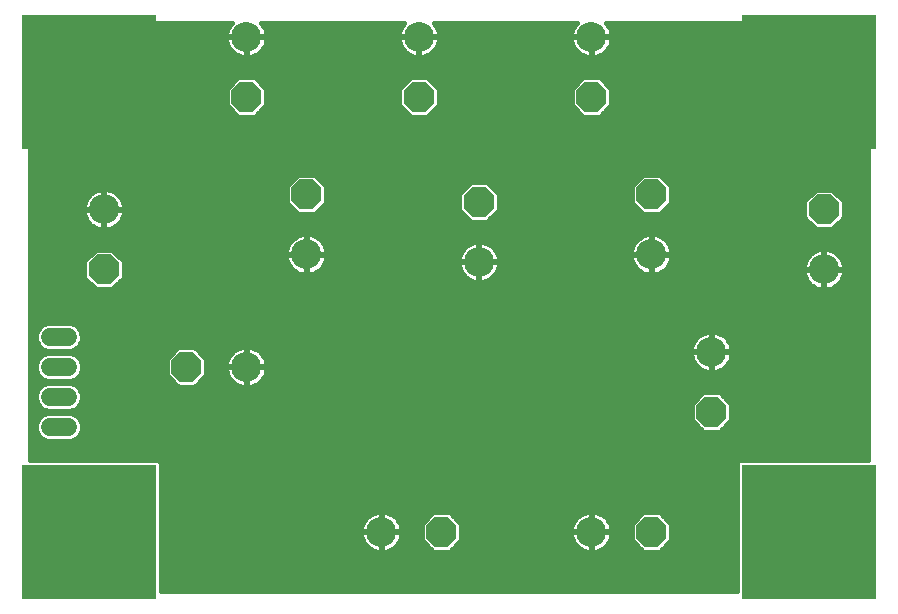
<source format=gbl>
G75*
%MOIN*%
%OFA0B0*%
%FSLAX25Y25*%
%IPPOS*%
%LPD*%
%AMOC8*
5,1,8,0,0,1.08239X$1,22.5*
%
%ADD10C,0.10000*%
%ADD11OC8,0.10000*%
%ADD12C,0.06000*%
%ADD13R,0.45000X0.45000*%
%ADD14C,0.01600*%
D10*
X0124800Y0037830D03*
X0194800Y0037830D03*
X0234800Y0097830D03*
X0272300Y0125330D03*
X0214800Y0130330D03*
X0157300Y0127830D03*
X0099800Y0130330D03*
X0079800Y0092830D03*
X0032300Y0145330D03*
X0079800Y0202830D03*
X0137300Y0202830D03*
X0194800Y0202830D03*
D11*
X0194800Y0182830D03*
X0214800Y0150330D03*
X0157300Y0147830D03*
X0137300Y0182830D03*
X0099800Y0150330D03*
X0079800Y0182830D03*
X0032300Y0125330D03*
X0059800Y0092830D03*
X0144800Y0037830D03*
X0214800Y0037830D03*
X0234800Y0077830D03*
X0272300Y0145330D03*
D12*
X0020300Y0102830D02*
X0014300Y0102830D01*
X0014300Y0092830D02*
X0020300Y0092830D01*
X0020300Y0082830D02*
X0014300Y0082830D01*
X0014300Y0072830D02*
X0020300Y0072830D01*
D13*
X0027300Y0037830D03*
X0027300Y0187830D03*
X0267300Y0187830D03*
X0267300Y0037830D03*
D14*
X0243200Y0038407D02*
X0221400Y0038407D01*
X0221400Y0040005D02*
X0243200Y0040005D01*
X0243200Y0041604D02*
X0220361Y0041604D01*
X0221400Y0040564D02*
X0217534Y0044430D01*
X0212066Y0044430D01*
X0208200Y0040564D01*
X0208200Y0035097D01*
X0212066Y0031230D01*
X0217534Y0031230D01*
X0221400Y0035097D01*
X0221400Y0040564D01*
X0218762Y0043202D02*
X0243200Y0043202D01*
X0243200Y0044801D02*
X0051400Y0044801D01*
X0051400Y0046399D02*
X0243200Y0046399D01*
X0243200Y0047998D02*
X0051400Y0047998D01*
X0051400Y0049596D02*
X0243200Y0049596D01*
X0243200Y0051195D02*
X0051400Y0051195D01*
X0051400Y0052793D02*
X0243200Y0052793D01*
X0243200Y0054392D02*
X0051400Y0054392D01*
X0051400Y0055990D02*
X0243200Y0055990D01*
X0243200Y0057589D02*
X0051400Y0057589D01*
X0051400Y0059187D02*
X0243200Y0059187D01*
X0243200Y0060786D02*
X0051400Y0060786D01*
X0051400Y0060993D02*
X0050463Y0061930D01*
X0007600Y0061930D01*
X0007600Y0207530D01*
X0074883Y0207530D01*
X0074677Y0207324D01*
X0074134Y0206616D01*
X0073688Y0205844D01*
X0073347Y0205021D01*
X0073116Y0204160D01*
X0073000Y0203276D01*
X0073000Y0203030D01*
X0079600Y0203030D01*
X0079600Y0202630D01*
X0080000Y0202630D01*
X0080000Y0196030D01*
X0080246Y0196030D01*
X0081129Y0196147D01*
X0081990Y0196377D01*
X0082814Y0196719D01*
X0083586Y0197164D01*
X0084293Y0197707D01*
X0084923Y0198337D01*
X0085466Y0199044D01*
X0085912Y0199816D01*
X0086253Y0200640D01*
X0086484Y0201501D01*
X0086600Y0202385D01*
X0086600Y0202630D01*
X0080000Y0202630D01*
X0080000Y0203030D01*
X0086600Y0203030D01*
X0086600Y0203276D01*
X0086484Y0204160D01*
X0086253Y0205021D01*
X0085912Y0205844D01*
X0085466Y0206616D01*
X0084923Y0207324D01*
X0084717Y0207530D01*
X0132383Y0207530D01*
X0132177Y0207324D01*
X0131634Y0206616D01*
X0131188Y0205844D01*
X0130847Y0205021D01*
X0130616Y0204160D01*
X0130500Y0203276D01*
X0130500Y0203030D01*
X0137100Y0203030D01*
X0137100Y0202630D01*
X0137500Y0202630D01*
X0137500Y0196030D01*
X0137746Y0196030D01*
X0138629Y0196147D01*
X0139490Y0196377D01*
X0140314Y0196719D01*
X0141086Y0197164D01*
X0141793Y0197707D01*
X0142423Y0198337D01*
X0142966Y0199044D01*
X0143412Y0199816D01*
X0143753Y0200640D01*
X0143984Y0201501D01*
X0144100Y0202385D01*
X0144100Y0202630D01*
X0137500Y0202630D01*
X0137500Y0203030D01*
X0144100Y0203030D01*
X0144100Y0203276D01*
X0143984Y0204160D01*
X0143753Y0205021D01*
X0143412Y0205844D01*
X0142966Y0206616D01*
X0142423Y0207324D01*
X0142217Y0207530D01*
X0189883Y0207530D01*
X0189677Y0207324D01*
X0189134Y0206616D01*
X0188688Y0205844D01*
X0188347Y0205021D01*
X0188116Y0204160D01*
X0188000Y0203276D01*
X0188000Y0203030D01*
X0194600Y0203030D01*
X0194600Y0202630D01*
X0195000Y0202630D01*
X0195000Y0196030D01*
X0195246Y0196030D01*
X0196129Y0196147D01*
X0196990Y0196377D01*
X0197814Y0196719D01*
X0198586Y0197164D01*
X0199293Y0197707D01*
X0199923Y0198337D01*
X0200466Y0199044D01*
X0200912Y0199816D01*
X0201253Y0200640D01*
X0201484Y0201501D01*
X0201600Y0202385D01*
X0201600Y0202630D01*
X0195000Y0202630D01*
X0195000Y0203030D01*
X0201600Y0203030D01*
X0201600Y0203276D01*
X0201484Y0204160D01*
X0201253Y0205021D01*
X0200912Y0205844D01*
X0200466Y0206616D01*
X0199923Y0207324D01*
X0199717Y0207530D01*
X0287000Y0207530D01*
X0287000Y0061930D01*
X0244137Y0061930D01*
X0243200Y0060993D01*
X0243200Y0018130D01*
X0051400Y0018130D01*
X0051400Y0060993D01*
X0051400Y0043202D02*
X0120630Y0043202D01*
X0120307Y0042954D02*
X0121014Y0043497D01*
X0121786Y0043942D01*
X0122610Y0044283D01*
X0123471Y0044514D01*
X0124354Y0044630D01*
X0124600Y0044630D01*
X0124600Y0038030D01*
X0124600Y0037630D01*
X0125000Y0037630D01*
X0125000Y0031030D01*
X0125246Y0031030D01*
X0126129Y0031147D01*
X0126990Y0031377D01*
X0127814Y0031719D01*
X0128586Y0032164D01*
X0129293Y0032707D01*
X0129923Y0033337D01*
X0130466Y0034044D01*
X0130912Y0034816D01*
X0131253Y0035640D01*
X0131484Y0036501D01*
X0131600Y0037385D01*
X0131600Y0037630D01*
X0125000Y0037630D01*
X0125000Y0038030D01*
X0131600Y0038030D01*
X0131600Y0038276D01*
X0131484Y0039160D01*
X0131253Y0040021D01*
X0130912Y0040844D01*
X0130466Y0041616D01*
X0129923Y0042324D01*
X0129293Y0042954D01*
X0128586Y0043497D01*
X0127814Y0043942D01*
X0126990Y0044283D01*
X0126129Y0044514D01*
X0125246Y0044630D01*
X0125000Y0044630D01*
X0125000Y0038030D01*
X0124600Y0038030D01*
X0118000Y0038030D01*
X0118000Y0038276D01*
X0118116Y0039160D01*
X0118347Y0040021D01*
X0118688Y0040844D01*
X0119134Y0041616D01*
X0119677Y0042324D01*
X0120307Y0042954D01*
X0119127Y0041604D02*
X0051400Y0041604D01*
X0051400Y0040005D02*
X0118343Y0040005D01*
X0118017Y0038407D02*
X0051400Y0038407D01*
X0051400Y0036808D02*
X0118076Y0036808D01*
X0118116Y0036501D02*
X0118347Y0035640D01*
X0118688Y0034816D01*
X0119134Y0034044D01*
X0119677Y0033337D01*
X0120307Y0032707D01*
X0121014Y0032164D01*
X0121786Y0031719D01*
X0122610Y0031377D01*
X0123471Y0031147D01*
X0124354Y0031030D01*
X0124600Y0031030D01*
X0124600Y0037630D01*
X0118000Y0037630D01*
X0118000Y0037385D01*
X0118116Y0036501D01*
X0118525Y0035210D02*
X0051400Y0035210D01*
X0051400Y0033611D02*
X0119466Y0033611D01*
X0121277Y0032013D02*
X0051400Y0032013D01*
X0051400Y0030414D02*
X0243200Y0030414D01*
X0243200Y0028816D02*
X0051400Y0028816D01*
X0051400Y0027217D02*
X0243200Y0027217D01*
X0243200Y0025619D02*
X0051400Y0025619D01*
X0051400Y0024020D02*
X0243200Y0024020D01*
X0243200Y0022421D02*
X0051400Y0022421D01*
X0051400Y0020823D02*
X0243200Y0020823D01*
X0243200Y0019224D02*
X0051400Y0019224D01*
X0007600Y0062384D02*
X0287000Y0062384D01*
X0287000Y0063983D02*
X0007600Y0063983D01*
X0007600Y0065581D02*
X0287000Y0065581D01*
X0287000Y0067180D02*
X0007600Y0067180D01*
X0007600Y0068778D02*
X0012062Y0068778D01*
X0011694Y0068931D02*
X0013385Y0068230D01*
X0021215Y0068230D01*
X0022906Y0068931D01*
X0024200Y0070225D01*
X0024900Y0071915D01*
X0024900Y0073745D01*
X0024200Y0075436D01*
X0022906Y0076730D01*
X0021215Y0077430D01*
X0013385Y0077430D01*
X0011694Y0076730D01*
X0010400Y0075436D01*
X0009700Y0073745D01*
X0009700Y0071915D01*
X0010400Y0070225D01*
X0011694Y0068931D01*
X0010337Y0070377D02*
X0007600Y0070377D01*
X0007600Y0071975D02*
X0009700Y0071975D01*
X0009700Y0073574D02*
X0007600Y0073574D01*
X0007600Y0075172D02*
X0010291Y0075172D01*
X0011793Y0076771D02*
X0007600Y0076771D01*
X0007600Y0078369D02*
X0013049Y0078369D01*
X0013385Y0078230D02*
X0011694Y0078931D01*
X0010400Y0080225D01*
X0009700Y0081915D01*
X0009700Y0083745D01*
X0010400Y0085436D01*
X0011694Y0086730D01*
X0013385Y0087430D01*
X0021215Y0087430D01*
X0022906Y0086730D01*
X0024200Y0085436D01*
X0024900Y0083745D01*
X0024900Y0081915D01*
X0024200Y0080225D01*
X0022906Y0078931D01*
X0021215Y0078230D01*
X0013385Y0078230D01*
X0010657Y0079968D02*
X0007600Y0079968D01*
X0007600Y0081566D02*
X0009845Y0081566D01*
X0009700Y0083165D02*
X0007600Y0083165D01*
X0007600Y0084763D02*
X0010122Y0084763D01*
X0011326Y0086362D02*
X0007600Y0086362D01*
X0007600Y0087960D02*
X0055336Y0087960D01*
X0056935Y0086362D02*
X0023274Y0086362D01*
X0024478Y0084763D02*
X0287000Y0084763D01*
X0287000Y0083165D02*
X0238799Y0083165D01*
X0237534Y0084430D02*
X0232066Y0084430D01*
X0228200Y0080564D01*
X0228200Y0075097D01*
X0232066Y0071230D01*
X0237534Y0071230D01*
X0241400Y0075097D01*
X0241400Y0080564D01*
X0237534Y0084430D01*
X0240398Y0081566D02*
X0287000Y0081566D01*
X0287000Y0079968D02*
X0241400Y0079968D01*
X0241400Y0078369D02*
X0287000Y0078369D01*
X0287000Y0076771D02*
X0241400Y0076771D01*
X0241400Y0075172D02*
X0287000Y0075172D01*
X0287000Y0073574D02*
X0239877Y0073574D01*
X0238279Y0071975D02*
X0287000Y0071975D01*
X0287000Y0070377D02*
X0024263Y0070377D01*
X0024900Y0071975D02*
X0231321Y0071975D01*
X0229723Y0073574D02*
X0024900Y0073574D01*
X0024309Y0075172D02*
X0228200Y0075172D01*
X0228200Y0076771D02*
X0022807Y0076771D01*
X0021550Y0078369D02*
X0228200Y0078369D01*
X0228200Y0079968D02*
X0023943Y0079968D01*
X0024755Y0081566D02*
X0229202Y0081566D01*
X0230801Y0083165D02*
X0024900Y0083165D01*
X0022906Y0088931D02*
X0021215Y0088230D01*
X0013385Y0088230D01*
X0011694Y0088931D01*
X0010400Y0090225D01*
X0009700Y0091915D01*
X0009700Y0093745D01*
X0010400Y0095436D01*
X0011694Y0096730D01*
X0013385Y0097430D01*
X0021215Y0097430D01*
X0022906Y0096730D01*
X0024200Y0095436D01*
X0024900Y0093745D01*
X0024900Y0091915D01*
X0024200Y0090225D01*
X0022906Y0088931D01*
X0023534Y0089559D02*
X0053738Y0089559D01*
X0053200Y0090097D02*
X0057066Y0086230D01*
X0062534Y0086230D01*
X0066400Y0090097D01*
X0066400Y0095564D01*
X0062534Y0099430D01*
X0057066Y0099430D01*
X0053200Y0095564D01*
X0053200Y0090097D01*
X0053200Y0091157D02*
X0024586Y0091157D01*
X0024900Y0092756D02*
X0053200Y0092756D01*
X0053200Y0094354D02*
X0024648Y0094354D01*
X0023683Y0095953D02*
X0053589Y0095953D01*
X0055187Y0097552D02*
X0007600Y0097552D01*
X0007600Y0099150D02*
X0011475Y0099150D01*
X0011694Y0098931D02*
X0013385Y0098230D01*
X0021215Y0098230D01*
X0022906Y0098931D01*
X0024200Y0100225D01*
X0024900Y0101915D01*
X0024900Y0103745D01*
X0024200Y0105436D01*
X0022906Y0106730D01*
X0021215Y0107430D01*
X0013385Y0107430D01*
X0011694Y0106730D01*
X0010400Y0105436D01*
X0009700Y0103745D01*
X0009700Y0101915D01*
X0010400Y0100225D01*
X0011694Y0098931D01*
X0010183Y0100749D02*
X0007600Y0100749D01*
X0007600Y0102347D02*
X0009700Y0102347D01*
X0009783Y0103946D02*
X0007600Y0103946D01*
X0007600Y0105544D02*
X0010508Y0105544D01*
X0012690Y0107143D02*
X0007600Y0107143D01*
X0007600Y0108741D02*
X0287000Y0108741D01*
X0287000Y0107143D02*
X0021910Y0107143D01*
X0024092Y0105544D02*
X0287000Y0105544D01*
X0287000Y0103946D02*
X0237806Y0103946D01*
X0237814Y0103942D02*
X0236990Y0104283D01*
X0236129Y0104514D01*
X0235246Y0104630D01*
X0235000Y0104630D01*
X0235000Y0098030D01*
X0241600Y0098030D01*
X0241600Y0098276D01*
X0241484Y0099160D01*
X0241253Y0100021D01*
X0240912Y0100844D01*
X0240466Y0101616D01*
X0239923Y0102324D01*
X0239293Y0102954D01*
X0238586Y0103497D01*
X0237814Y0103942D01*
X0239900Y0102347D02*
X0287000Y0102347D01*
X0287000Y0100749D02*
X0240952Y0100749D01*
X0241485Y0099150D02*
X0287000Y0099150D01*
X0287000Y0097552D02*
X0241600Y0097552D01*
X0241600Y0097630D02*
X0235000Y0097630D01*
X0235000Y0091030D01*
X0235246Y0091030D01*
X0236129Y0091147D01*
X0236990Y0091377D01*
X0237814Y0091719D01*
X0238586Y0092164D01*
X0239293Y0092707D01*
X0239923Y0093337D01*
X0240466Y0094044D01*
X0240912Y0094816D01*
X0241253Y0095640D01*
X0241484Y0096501D01*
X0241600Y0097385D01*
X0241600Y0097630D01*
X0241337Y0095953D02*
X0287000Y0095953D01*
X0287000Y0094354D02*
X0240645Y0094354D01*
X0239342Y0092756D02*
X0287000Y0092756D01*
X0287000Y0091157D02*
X0236169Y0091157D01*
X0235000Y0091157D02*
X0234600Y0091157D01*
X0234600Y0091030D02*
X0234600Y0097630D01*
X0235000Y0097630D01*
X0235000Y0098030D01*
X0234600Y0098030D01*
X0234600Y0097630D01*
X0228000Y0097630D01*
X0228000Y0097385D01*
X0228116Y0096501D01*
X0228347Y0095640D01*
X0228688Y0094816D01*
X0229134Y0094044D01*
X0229677Y0093337D01*
X0230307Y0092707D01*
X0231014Y0092164D01*
X0231786Y0091719D01*
X0232610Y0091377D01*
X0233471Y0091147D01*
X0234354Y0091030D01*
X0234600Y0091030D01*
X0233431Y0091157D02*
X0086392Y0091157D01*
X0086484Y0091501D02*
X0086600Y0092385D01*
X0086600Y0092630D01*
X0080000Y0092630D01*
X0080000Y0086030D01*
X0080246Y0086030D01*
X0081129Y0086147D01*
X0081990Y0086377D01*
X0082814Y0086719D01*
X0083586Y0087164D01*
X0084293Y0087707D01*
X0084923Y0088337D01*
X0085466Y0089044D01*
X0085912Y0089816D01*
X0086253Y0090640D01*
X0086484Y0091501D01*
X0086600Y0093030D02*
X0086600Y0093276D01*
X0086484Y0094160D01*
X0086253Y0095021D01*
X0085912Y0095844D01*
X0085466Y0096616D01*
X0084923Y0097324D01*
X0084293Y0097954D01*
X0083586Y0098497D01*
X0082814Y0098942D01*
X0081990Y0099283D01*
X0081129Y0099514D01*
X0080246Y0099630D01*
X0080000Y0099630D01*
X0080000Y0093030D01*
X0086600Y0093030D01*
X0086431Y0094354D02*
X0228955Y0094354D01*
X0228263Y0095953D02*
X0085849Y0095953D01*
X0084696Y0097552D02*
X0228000Y0097552D01*
X0228000Y0098030D02*
X0234600Y0098030D01*
X0234600Y0104630D01*
X0234354Y0104630D01*
X0233471Y0104514D01*
X0232610Y0104283D01*
X0231786Y0103942D01*
X0231014Y0103497D01*
X0230307Y0102954D01*
X0229677Y0102324D01*
X0229134Y0101616D01*
X0228688Y0100844D01*
X0228347Y0100021D01*
X0228116Y0099160D01*
X0228000Y0098276D01*
X0228000Y0098030D01*
X0228115Y0099150D02*
X0082312Y0099150D01*
X0080000Y0099150D02*
X0079600Y0099150D01*
X0079600Y0099630D02*
X0079354Y0099630D01*
X0078471Y0099514D01*
X0077610Y0099283D01*
X0076786Y0098942D01*
X0076014Y0098497D01*
X0075307Y0097954D01*
X0074677Y0097324D01*
X0074134Y0096616D01*
X0073688Y0095844D01*
X0073347Y0095021D01*
X0073116Y0094160D01*
X0073000Y0093276D01*
X0073000Y0093030D01*
X0079600Y0093030D01*
X0079600Y0092630D01*
X0080000Y0092630D01*
X0080000Y0093030D01*
X0079600Y0093030D01*
X0079600Y0099630D01*
X0079600Y0097552D02*
X0080000Y0097552D01*
X0080000Y0095953D02*
X0079600Y0095953D01*
X0079600Y0094354D02*
X0080000Y0094354D01*
X0080000Y0092756D02*
X0230258Y0092756D01*
X0234600Y0092756D02*
X0235000Y0092756D01*
X0235000Y0094354D02*
X0234600Y0094354D01*
X0234600Y0095953D02*
X0235000Y0095953D01*
X0235000Y0097552D02*
X0234600Y0097552D01*
X0234600Y0099150D02*
X0235000Y0099150D01*
X0235000Y0100749D02*
X0234600Y0100749D01*
X0234600Y0102347D02*
X0235000Y0102347D01*
X0235000Y0103946D02*
X0234600Y0103946D01*
X0231794Y0103946D02*
X0024817Y0103946D01*
X0024900Y0102347D02*
X0229700Y0102347D01*
X0228648Y0100749D02*
X0024417Y0100749D01*
X0023125Y0099150D02*
X0056786Y0099150D01*
X0062814Y0099150D02*
X0077288Y0099150D01*
X0074904Y0097552D02*
X0064413Y0097552D01*
X0066011Y0095953D02*
X0073751Y0095953D01*
X0073169Y0094354D02*
X0066400Y0094354D01*
X0066400Y0092756D02*
X0079600Y0092756D01*
X0079600Y0092630D02*
X0073000Y0092630D01*
X0073000Y0092385D01*
X0073116Y0091501D01*
X0073347Y0090640D01*
X0073688Y0089816D01*
X0074134Y0089044D01*
X0074677Y0088337D01*
X0075307Y0087707D01*
X0076014Y0087164D01*
X0076786Y0086719D01*
X0077610Y0086377D01*
X0078471Y0086147D01*
X0079354Y0086030D01*
X0079600Y0086030D01*
X0079600Y0092630D01*
X0079600Y0091157D02*
X0080000Y0091157D01*
X0080000Y0089559D02*
X0079600Y0089559D01*
X0079600Y0087960D02*
X0080000Y0087960D01*
X0080000Y0086362D02*
X0079600Y0086362D01*
X0077667Y0086362D02*
X0062665Y0086362D01*
X0064264Y0087960D02*
X0075053Y0087960D01*
X0073837Y0089559D02*
X0065862Y0089559D01*
X0066400Y0091157D02*
X0073208Y0091157D01*
X0081932Y0086362D02*
X0287000Y0086362D01*
X0287000Y0087960D02*
X0084547Y0087960D01*
X0085763Y0089559D02*
X0287000Y0089559D01*
X0287000Y0110340D02*
X0007600Y0110340D01*
X0007600Y0111938D02*
X0287000Y0111938D01*
X0287000Y0113537D02*
X0007600Y0113537D01*
X0007600Y0115135D02*
X0287000Y0115135D01*
X0287000Y0116734D02*
X0007600Y0116734D01*
X0007600Y0118332D02*
X0287000Y0118332D01*
X0287000Y0119931D02*
X0276433Y0119931D01*
X0276086Y0119664D02*
X0276793Y0120207D01*
X0277423Y0120837D01*
X0277966Y0121544D01*
X0278412Y0122316D01*
X0278753Y0123140D01*
X0278984Y0124001D01*
X0279100Y0124885D01*
X0279100Y0125130D01*
X0272500Y0125130D01*
X0272500Y0118530D01*
X0272746Y0118530D01*
X0273629Y0118647D01*
X0274490Y0118877D01*
X0275314Y0119219D01*
X0276086Y0119664D01*
X0277954Y0121529D02*
X0287000Y0121529D01*
X0287000Y0123128D02*
X0278748Y0123128D01*
X0279079Y0124726D02*
X0287000Y0124726D01*
X0287000Y0126325D02*
X0279028Y0126325D01*
X0278984Y0126660D02*
X0279100Y0125776D01*
X0279100Y0125530D01*
X0272500Y0125530D01*
X0272500Y0125130D01*
X0272100Y0125130D01*
X0272100Y0118530D01*
X0271854Y0118530D01*
X0270971Y0118647D01*
X0270110Y0118877D01*
X0269286Y0119219D01*
X0268514Y0119664D01*
X0267807Y0120207D01*
X0267177Y0120837D01*
X0266634Y0121544D01*
X0266188Y0122316D01*
X0265847Y0123140D01*
X0265616Y0124001D01*
X0265500Y0124885D01*
X0265500Y0125130D01*
X0272100Y0125130D01*
X0272100Y0125530D01*
X0265500Y0125530D01*
X0265500Y0125776D01*
X0265616Y0126660D01*
X0265847Y0127521D01*
X0266188Y0128344D01*
X0266634Y0129116D01*
X0267177Y0129824D01*
X0267807Y0130454D01*
X0268514Y0130997D01*
X0269286Y0131442D01*
X0270110Y0131783D01*
X0270971Y0132014D01*
X0271854Y0132130D01*
X0272100Y0132130D01*
X0272100Y0125530D01*
X0272500Y0125530D01*
X0272500Y0132130D01*
X0272746Y0132130D01*
X0273629Y0132014D01*
X0274490Y0131783D01*
X0275314Y0131442D01*
X0276086Y0130997D01*
X0276793Y0130454D01*
X0277423Y0129824D01*
X0277966Y0129116D01*
X0278412Y0128344D01*
X0278753Y0127521D01*
X0278984Y0126660D01*
X0278586Y0127923D02*
X0287000Y0127923D01*
X0287000Y0129522D02*
X0277655Y0129522D01*
X0275872Y0131120D02*
X0287000Y0131120D01*
X0287000Y0132719D02*
X0221171Y0132719D01*
X0221253Y0132521D02*
X0220912Y0133344D01*
X0220466Y0134116D01*
X0219923Y0134824D01*
X0219293Y0135454D01*
X0218586Y0135997D01*
X0217814Y0136442D01*
X0216990Y0136783D01*
X0216129Y0137014D01*
X0215246Y0137130D01*
X0215000Y0137130D01*
X0215000Y0130530D01*
X0221600Y0130530D01*
X0221600Y0130776D01*
X0221484Y0131660D01*
X0221253Y0132521D01*
X0221555Y0131120D02*
X0268728Y0131120D01*
X0266945Y0129522D02*
X0221552Y0129522D01*
X0221600Y0129885D02*
X0221600Y0130130D01*
X0215000Y0130130D01*
X0215000Y0123530D01*
X0215246Y0123530D01*
X0216129Y0123647D01*
X0216990Y0123877D01*
X0217814Y0124219D01*
X0218586Y0124664D01*
X0219293Y0125207D01*
X0219923Y0125837D01*
X0220466Y0126544D01*
X0220912Y0127316D01*
X0221253Y0128140D01*
X0221484Y0129001D01*
X0221600Y0129885D01*
X0221163Y0127923D02*
X0266014Y0127923D01*
X0265572Y0126325D02*
X0220298Y0126325D01*
X0218667Y0124726D02*
X0265521Y0124726D01*
X0265852Y0123128D02*
X0162214Y0123128D01*
X0162423Y0123337D02*
X0162966Y0124044D01*
X0163412Y0124816D01*
X0163753Y0125640D01*
X0163984Y0126501D01*
X0164100Y0127385D01*
X0164100Y0127630D01*
X0157500Y0127630D01*
X0157500Y0121030D01*
X0157746Y0121030D01*
X0158629Y0121147D01*
X0159490Y0121377D01*
X0160314Y0121719D01*
X0161086Y0122164D01*
X0161793Y0122707D01*
X0162423Y0123337D01*
X0163360Y0124726D02*
X0210933Y0124726D01*
X0211014Y0124664D02*
X0211786Y0124219D01*
X0212610Y0123877D01*
X0213471Y0123647D01*
X0214354Y0123530D01*
X0214600Y0123530D01*
X0214600Y0130130D01*
X0215000Y0130130D01*
X0215000Y0130530D01*
X0214600Y0130530D01*
X0214600Y0130130D01*
X0208000Y0130130D01*
X0208000Y0129885D01*
X0208116Y0129001D01*
X0208347Y0128140D01*
X0208688Y0127316D01*
X0209134Y0126544D01*
X0209677Y0125837D01*
X0210307Y0125207D01*
X0211014Y0124664D01*
X0209302Y0126325D02*
X0163936Y0126325D01*
X0164100Y0128030D02*
X0164100Y0128276D01*
X0163984Y0129160D01*
X0163753Y0130021D01*
X0163412Y0130844D01*
X0162966Y0131616D01*
X0162423Y0132324D01*
X0161793Y0132954D01*
X0161086Y0133497D01*
X0160314Y0133942D01*
X0159490Y0134283D01*
X0158629Y0134514D01*
X0157746Y0134630D01*
X0157500Y0134630D01*
X0157500Y0128030D01*
X0164100Y0128030D01*
X0163887Y0129522D02*
X0208048Y0129522D01*
X0208000Y0130530D02*
X0214600Y0130530D01*
X0214600Y0137130D01*
X0214354Y0137130D01*
X0213471Y0137014D01*
X0212610Y0136783D01*
X0211786Y0136442D01*
X0211014Y0135997D01*
X0210307Y0135454D01*
X0209677Y0134824D01*
X0209134Y0134116D01*
X0208688Y0133344D01*
X0208347Y0132521D01*
X0208116Y0131660D01*
X0208000Y0130776D01*
X0208000Y0130530D01*
X0208045Y0131120D02*
X0163253Y0131120D01*
X0162028Y0132719D02*
X0208429Y0132719D01*
X0209288Y0134317D02*
X0159364Y0134317D01*
X0157500Y0134317D02*
X0157100Y0134317D01*
X0157100Y0134630D02*
X0156854Y0134630D01*
X0155971Y0134514D01*
X0155110Y0134283D01*
X0154286Y0133942D01*
X0153514Y0133497D01*
X0152807Y0132954D01*
X0152177Y0132324D01*
X0151634Y0131616D01*
X0151188Y0130844D01*
X0150847Y0130021D01*
X0150616Y0129160D01*
X0150500Y0128276D01*
X0150500Y0128030D01*
X0157100Y0128030D01*
X0157100Y0127630D01*
X0157500Y0127630D01*
X0157500Y0128030D01*
X0157100Y0128030D01*
X0157100Y0134630D01*
X0155236Y0134317D02*
X0105312Y0134317D01*
X0105466Y0134116D02*
X0104923Y0134824D01*
X0104293Y0135454D01*
X0103586Y0135997D01*
X0102814Y0136442D01*
X0101990Y0136783D01*
X0101129Y0137014D01*
X0100246Y0137130D01*
X0100000Y0137130D01*
X0100000Y0130530D01*
X0106600Y0130530D01*
X0106600Y0130776D01*
X0106484Y0131660D01*
X0106253Y0132521D01*
X0105912Y0133344D01*
X0105466Y0134116D01*
X0106171Y0132719D02*
X0152572Y0132719D01*
X0151347Y0131120D02*
X0106555Y0131120D01*
X0106600Y0130130D02*
X0100000Y0130130D01*
X0100000Y0123530D01*
X0100246Y0123530D01*
X0101129Y0123647D01*
X0101990Y0123877D01*
X0102814Y0124219D01*
X0103586Y0124664D01*
X0104293Y0125207D01*
X0104923Y0125837D01*
X0105466Y0126544D01*
X0105912Y0127316D01*
X0106253Y0128140D01*
X0106484Y0129001D01*
X0106600Y0129885D01*
X0106600Y0130130D01*
X0106552Y0129522D02*
X0150713Y0129522D01*
X0150500Y0127630D02*
X0150500Y0127385D01*
X0150616Y0126501D01*
X0150847Y0125640D01*
X0151188Y0124816D01*
X0151634Y0124044D01*
X0152177Y0123337D01*
X0152807Y0122707D01*
X0153514Y0122164D01*
X0154286Y0121719D01*
X0155110Y0121377D01*
X0155971Y0121147D01*
X0156854Y0121030D01*
X0157100Y0121030D01*
X0157100Y0127630D01*
X0150500Y0127630D01*
X0150664Y0126325D02*
X0105298Y0126325D01*
X0106163Y0127923D02*
X0157100Y0127923D01*
X0157500Y0127923D02*
X0208437Y0127923D01*
X0214600Y0127923D02*
X0215000Y0127923D01*
X0215000Y0126325D02*
X0214600Y0126325D01*
X0214600Y0124726D02*
X0215000Y0124726D01*
X0215000Y0129522D02*
X0214600Y0129522D01*
X0214600Y0131120D02*
X0215000Y0131120D01*
X0215000Y0132719D02*
X0214600Y0132719D01*
X0214600Y0134317D02*
X0215000Y0134317D01*
X0215000Y0135916D02*
X0214600Y0135916D01*
X0210909Y0135916D02*
X0103691Y0135916D01*
X0100000Y0135916D02*
X0099600Y0135916D01*
X0099600Y0137130D02*
X0099354Y0137130D01*
X0098471Y0137014D01*
X0097610Y0136783D01*
X0096786Y0136442D01*
X0096014Y0135997D01*
X0095307Y0135454D01*
X0094677Y0134824D01*
X0094134Y0134116D01*
X0093688Y0133344D01*
X0093347Y0132521D01*
X0093116Y0131660D01*
X0093000Y0130776D01*
X0093000Y0130530D01*
X0099600Y0130530D01*
X0099600Y0130130D01*
X0100000Y0130130D01*
X0100000Y0130530D01*
X0099600Y0130530D01*
X0099600Y0137130D01*
X0099600Y0134317D02*
X0100000Y0134317D01*
X0100000Y0132719D02*
X0099600Y0132719D01*
X0099600Y0131120D02*
X0100000Y0131120D01*
X0099600Y0130130D02*
X0093000Y0130130D01*
X0093000Y0129885D01*
X0093116Y0129001D01*
X0093347Y0128140D01*
X0093688Y0127316D01*
X0094134Y0126544D01*
X0094677Y0125837D01*
X0095307Y0125207D01*
X0096014Y0124664D01*
X0096786Y0124219D01*
X0097610Y0123877D01*
X0098471Y0123647D01*
X0099354Y0123530D01*
X0099600Y0123530D01*
X0099600Y0130130D01*
X0099600Y0129522D02*
X0100000Y0129522D01*
X0100000Y0127923D02*
X0099600Y0127923D01*
X0099600Y0126325D02*
X0100000Y0126325D01*
X0100000Y0124726D02*
X0099600Y0124726D01*
X0103667Y0124726D02*
X0151240Y0124726D01*
X0152386Y0123128D02*
X0038900Y0123128D01*
X0038900Y0122597D02*
X0035034Y0118730D01*
X0029566Y0118730D01*
X0025700Y0122597D01*
X0025700Y0128064D01*
X0029566Y0131930D01*
X0035034Y0131930D01*
X0038900Y0128064D01*
X0038900Y0122597D01*
X0037833Y0121529D02*
X0154743Y0121529D01*
X0157100Y0121529D02*
X0157500Y0121529D01*
X0157500Y0123128D02*
X0157100Y0123128D01*
X0157100Y0124726D02*
X0157500Y0124726D01*
X0157500Y0126325D02*
X0157100Y0126325D01*
X0157100Y0129522D02*
X0157500Y0129522D01*
X0157500Y0131120D02*
X0157100Y0131120D01*
X0157100Y0132719D02*
X0157500Y0132719D01*
X0160034Y0141230D02*
X0154566Y0141230D01*
X0150700Y0145097D01*
X0150700Y0150564D01*
X0154566Y0154430D01*
X0160034Y0154430D01*
X0163900Y0150564D01*
X0163900Y0145097D01*
X0160034Y0141230D01*
X0161113Y0142310D02*
X0265987Y0142310D01*
X0265700Y0142597D02*
X0269566Y0138730D01*
X0275034Y0138730D01*
X0278900Y0142597D01*
X0278900Y0148064D01*
X0275034Y0151930D01*
X0269566Y0151930D01*
X0265700Y0148064D01*
X0265700Y0142597D01*
X0265700Y0143908D02*
X0217712Y0143908D01*
X0217534Y0143730D02*
X0221400Y0147597D01*
X0221400Y0153064D01*
X0217534Y0156930D01*
X0212066Y0156930D01*
X0208200Y0153064D01*
X0208200Y0147597D01*
X0212066Y0143730D01*
X0217534Y0143730D01*
X0219310Y0145507D02*
X0265700Y0145507D01*
X0265700Y0147105D02*
X0220909Y0147105D01*
X0221400Y0148704D02*
X0266340Y0148704D01*
X0267938Y0150302D02*
X0221400Y0150302D01*
X0221400Y0151901D02*
X0269537Y0151901D01*
X0275063Y0151901D02*
X0287000Y0151901D01*
X0287000Y0153499D02*
X0220965Y0153499D01*
X0219366Y0155098D02*
X0287000Y0155098D01*
X0287000Y0156696D02*
X0217768Y0156696D01*
X0211832Y0156696D02*
X0102768Y0156696D01*
X0102534Y0156930D02*
X0097066Y0156930D01*
X0093200Y0153064D01*
X0093200Y0147597D01*
X0097066Y0143730D01*
X0102534Y0143730D01*
X0106400Y0147597D01*
X0106400Y0153064D01*
X0102534Y0156930D01*
X0104366Y0155098D02*
X0210234Y0155098D01*
X0208635Y0153499D02*
X0160965Y0153499D01*
X0162563Y0151901D02*
X0208200Y0151901D01*
X0208200Y0150302D02*
X0163900Y0150302D01*
X0163900Y0148704D02*
X0208200Y0148704D01*
X0208691Y0147105D02*
X0163900Y0147105D01*
X0163900Y0145507D02*
X0210290Y0145507D01*
X0211888Y0143908D02*
X0162712Y0143908D01*
X0153487Y0142310D02*
X0038408Y0142310D01*
X0038412Y0142316D02*
X0038753Y0143140D01*
X0038984Y0144001D01*
X0039100Y0144885D01*
X0039100Y0145130D01*
X0032500Y0145130D01*
X0032500Y0138530D01*
X0032746Y0138530D01*
X0033629Y0138647D01*
X0034490Y0138877D01*
X0035314Y0139219D01*
X0036086Y0139664D01*
X0036793Y0140207D01*
X0037423Y0140837D01*
X0037966Y0141544D01*
X0038412Y0142316D01*
X0038959Y0143908D02*
X0096888Y0143908D01*
X0095290Y0145507D02*
X0032500Y0145507D01*
X0032500Y0145530D02*
X0039100Y0145530D01*
X0039100Y0145776D01*
X0038984Y0146660D01*
X0038753Y0147521D01*
X0038412Y0148344D01*
X0037966Y0149116D01*
X0037423Y0149824D01*
X0036793Y0150454D01*
X0036086Y0150997D01*
X0035314Y0151442D01*
X0034490Y0151783D01*
X0033629Y0152014D01*
X0032746Y0152130D01*
X0032500Y0152130D01*
X0032500Y0145530D01*
X0032500Y0145130D01*
X0032100Y0145130D01*
X0032100Y0138530D01*
X0031854Y0138530D01*
X0030971Y0138647D01*
X0030110Y0138877D01*
X0029286Y0139219D01*
X0028514Y0139664D01*
X0027807Y0140207D01*
X0027177Y0140837D01*
X0026634Y0141544D01*
X0026188Y0142316D01*
X0025847Y0143140D01*
X0025616Y0144001D01*
X0025500Y0144885D01*
X0025500Y0145130D01*
X0032100Y0145130D01*
X0032100Y0145530D01*
X0025500Y0145530D01*
X0025500Y0145776D01*
X0025616Y0146660D01*
X0025847Y0147521D01*
X0026188Y0148344D01*
X0026634Y0149116D01*
X0027177Y0149824D01*
X0027807Y0150454D01*
X0028514Y0150997D01*
X0029286Y0151442D01*
X0030110Y0151783D01*
X0030971Y0152014D01*
X0031854Y0152130D01*
X0032100Y0152130D01*
X0032100Y0145530D01*
X0032500Y0145530D01*
X0032100Y0145507D02*
X0007600Y0145507D01*
X0007600Y0147105D02*
X0025736Y0147105D01*
X0026396Y0148704D02*
X0007600Y0148704D01*
X0007600Y0150302D02*
X0027655Y0150302D01*
X0030548Y0151901D02*
X0007600Y0151901D01*
X0007600Y0153499D02*
X0093635Y0153499D01*
X0093200Y0151901D02*
X0034052Y0151901D01*
X0032500Y0151901D02*
X0032100Y0151901D01*
X0032100Y0150302D02*
X0032500Y0150302D01*
X0032500Y0148704D02*
X0032100Y0148704D01*
X0032100Y0147105D02*
X0032500Y0147105D01*
X0032500Y0143908D02*
X0032100Y0143908D01*
X0032100Y0142310D02*
X0032500Y0142310D01*
X0032500Y0140711D02*
X0032100Y0140711D01*
X0032100Y0139113D02*
X0032500Y0139113D01*
X0035059Y0139113D02*
X0269184Y0139113D01*
X0267585Y0140711D02*
X0037298Y0140711D01*
X0038864Y0147105D02*
X0093691Y0147105D01*
X0093200Y0148704D02*
X0038204Y0148704D01*
X0036945Y0150302D02*
X0093200Y0150302D01*
X0095234Y0155098D02*
X0007600Y0155098D01*
X0007600Y0156696D02*
X0096832Y0156696D01*
X0105965Y0153499D02*
X0153635Y0153499D01*
X0152037Y0151901D02*
X0106400Y0151901D01*
X0106400Y0150302D02*
X0150700Y0150302D01*
X0150700Y0148704D02*
X0106400Y0148704D01*
X0105909Y0147105D02*
X0150700Y0147105D01*
X0150700Y0145507D02*
X0104310Y0145507D01*
X0102712Y0143908D02*
X0151888Y0143908D01*
X0159857Y0121529D02*
X0266646Y0121529D01*
X0268167Y0119931D02*
X0036234Y0119931D01*
X0038900Y0124726D02*
X0095933Y0124726D01*
X0094302Y0126325D02*
X0038900Y0126325D01*
X0038900Y0127923D02*
X0093437Y0127923D01*
X0093048Y0129522D02*
X0037442Y0129522D01*
X0035844Y0131120D02*
X0093045Y0131120D01*
X0093429Y0132719D02*
X0007600Y0132719D01*
X0007600Y0134317D02*
X0094288Y0134317D01*
X0095909Y0135916D02*
X0007600Y0135916D01*
X0007600Y0137514D02*
X0287000Y0137514D01*
X0287000Y0135916D02*
X0218691Y0135916D01*
X0220312Y0134317D02*
X0287000Y0134317D01*
X0287000Y0139113D02*
X0275416Y0139113D01*
X0277015Y0140711D02*
X0287000Y0140711D01*
X0287000Y0142310D02*
X0278613Y0142310D01*
X0278900Y0143908D02*
X0287000Y0143908D01*
X0287000Y0145507D02*
X0278900Y0145507D01*
X0278900Y0147105D02*
X0287000Y0147105D01*
X0287000Y0148704D02*
X0278260Y0148704D01*
X0276662Y0150302D02*
X0287000Y0150302D01*
X0287000Y0158295D02*
X0007600Y0158295D01*
X0007600Y0159893D02*
X0287000Y0159893D01*
X0287000Y0161492D02*
X0007600Y0161492D01*
X0007600Y0163090D02*
X0287000Y0163090D01*
X0287000Y0164689D02*
X0007600Y0164689D01*
X0007600Y0166288D02*
X0287000Y0166288D01*
X0287000Y0167886D02*
X0007600Y0167886D01*
X0007600Y0169485D02*
X0287000Y0169485D01*
X0287000Y0171083D02*
X0007600Y0171083D01*
X0007600Y0172682D02*
X0287000Y0172682D01*
X0287000Y0174280D02*
X0007600Y0174280D01*
X0007600Y0175879D02*
X0287000Y0175879D01*
X0287000Y0177477D02*
X0198780Y0177477D01*
X0197534Y0176230D02*
X0201400Y0180097D01*
X0201400Y0185564D01*
X0197534Y0189430D01*
X0192066Y0189430D01*
X0188200Y0185564D01*
X0188200Y0180097D01*
X0192066Y0176230D01*
X0197534Y0176230D01*
X0200379Y0179076D02*
X0287000Y0179076D01*
X0287000Y0180674D02*
X0201400Y0180674D01*
X0201400Y0182273D02*
X0287000Y0182273D01*
X0287000Y0183871D02*
X0201400Y0183871D01*
X0201400Y0185470D02*
X0287000Y0185470D01*
X0287000Y0187068D02*
X0199896Y0187068D01*
X0198298Y0188667D02*
X0287000Y0188667D01*
X0287000Y0190265D02*
X0007600Y0190265D01*
X0007600Y0188667D02*
X0076302Y0188667D01*
X0077066Y0189430D02*
X0073200Y0185564D01*
X0073200Y0180097D01*
X0077066Y0176230D01*
X0082534Y0176230D01*
X0086400Y0180097D01*
X0086400Y0185564D01*
X0082534Y0189430D01*
X0077066Y0189430D01*
X0074704Y0187068D02*
X0007600Y0187068D01*
X0007600Y0185470D02*
X0073200Y0185470D01*
X0073200Y0183871D02*
X0007600Y0183871D01*
X0007600Y0182273D02*
X0073200Y0182273D01*
X0073200Y0180674D02*
X0007600Y0180674D01*
X0007600Y0179076D02*
X0074221Y0179076D01*
X0075820Y0177477D02*
X0007600Y0177477D01*
X0007600Y0191864D02*
X0287000Y0191864D01*
X0287000Y0193462D02*
X0007600Y0193462D01*
X0007600Y0195061D02*
X0287000Y0195061D01*
X0287000Y0196659D02*
X0197671Y0196659D01*
X0195000Y0196659D02*
X0194600Y0196659D01*
X0194600Y0196030D02*
X0194600Y0202630D01*
X0188000Y0202630D01*
X0188000Y0202385D01*
X0188116Y0201501D01*
X0188347Y0200640D01*
X0188688Y0199816D01*
X0189134Y0199044D01*
X0189677Y0198337D01*
X0190307Y0197707D01*
X0191014Y0197164D01*
X0191786Y0196719D01*
X0192610Y0196377D01*
X0193471Y0196147D01*
X0194354Y0196030D01*
X0194600Y0196030D01*
X0194600Y0198258D02*
X0195000Y0198258D01*
X0195000Y0199856D02*
X0194600Y0199856D01*
X0194600Y0201455D02*
X0195000Y0201455D01*
X0189756Y0198258D02*
X0142344Y0198258D01*
X0143428Y0199856D02*
X0188672Y0199856D01*
X0188129Y0201455D02*
X0143971Y0201455D01*
X0144100Y0203053D02*
X0188000Y0203053D01*
X0188248Y0204652D02*
X0143852Y0204652D01*
X0143177Y0206250D02*
X0188923Y0206250D01*
X0200677Y0206250D02*
X0287000Y0206250D01*
X0287000Y0204652D02*
X0201352Y0204652D01*
X0201600Y0203053D02*
X0287000Y0203053D01*
X0287000Y0201455D02*
X0201471Y0201455D01*
X0200928Y0199856D02*
X0287000Y0199856D01*
X0287000Y0198258D02*
X0199844Y0198258D01*
X0191929Y0196659D02*
X0140171Y0196659D01*
X0137500Y0196659D02*
X0137100Y0196659D01*
X0137100Y0196030D02*
X0137100Y0202630D01*
X0130500Y0202630D01*
X0130500Y0202385D01*
X0130616Y0201501D01*
X0130847Y0200640D01*
X0131188Y0199816D01*
X0131634Y0199044D01*
X0132177Y0198337D01*
X0132807Y0197707D01*
X0133514Y0197164D01*
X0134286Y0196719D01*
X0135110Y0196377D01*
X0135971Y0196147D01*
X0136854Y0196030D01*
X0137100Y0196030D01*
X0137100Y0198258D02*
X0137500Y0198258D01*
X0137500Y0199856D02*
X0137100Y0199856D01*
X0137100Y0201455D02*
X0137500Y0201455D01*
X0134429Y0196659D02*
X0082671Y0196659D01*
X0080000Y0196659D02*
X0079600Y0196659D01*
X0079600Y0196030D02*
X0079600Y0202630D01*
X0073000Y0202630D01*
X0073000Y0202385D01*
X0073116Y0201501D01*
X0073347Y0200640D01*
X0073688Y0199816D01*
X0074134Y0199044D01*
X0074677Y0198337D01*
X0075307Y0197707D01*
X0076014Y0197164D01*
X0076786Y0196719D01*
X0077610Y0196377D01*
X0078471Y0196147D01*
X0079354Y0196030D01*
X0079600Y0196030D01*
X0079600Y0198258D02*
X0080000Y0198258D01*
X0080000Y0199856D02*
X0079600Y0199856D01*
X0079600Y0201455D02*
X0080000Y0201455D01*
X0076929Y0196659D02*
X0007600Y0196659D01*
X0007600Y0198258D02*
X0074756Y0198258D01*
X0073672Y0199856D02*
X0007600Y0199856D01*
X0007600Y0201455D02*
X0073129Y0201455D01*
X0073000Y0203053D02*
X0007600Y0203053D01*
X0007600Y0204652D02*
X0073248Y0204652D01*
X0073923Y0206250D02*
X0007600Y0206250D01*
X0083298Y0188667D02*
X0133802Y0188667D01*
X0134566Y0189430D02*
X0130700Y0185564D01*
X0130700Y0180097D01*
X0134566Y0176230D01*
X0140034Y0176230D01*
X0143900Y0180097D01*
X0143900Y0185564D01*
X0140034Y0189430D01*
X0134566Y0189430D01*
X0132204Y0187068D02*
X0084896Y0187068D01*
X0086400Y0185470D02*
X0130700Y0185470D01*
X0130700Y0183871D02*
X0086400Y0183871D01*
X0086400Y0182273D02*
X0130700Y0182273D01*
X0130700Y0180674D02*
X0086400Y0180674D01*
X0085379Y0179076D02*
X0131721Y0179076D01*
X0133320Y0177477D02*
X0083780Y0177477D01*
X0084844Y0198258D02*
X0132256Y0198258D01*
X0131172Y0199856D02*
X0085928Y0199856D01*
X0086471Y0201455D02*
X0130629Y0201455D01*
X0130500Y0203053D02*
X0086600Y0203053D01*
X0086352Y0204652D02*
X0130748Y0204652D01*
X0131423Y0206250D02*
X0085677Y0206250D01*
X0140798Y0188667D02*
X0191302Y0188667D01*
X0189704Y0187068D02*
X0142396Y0187068D01*
X0143900Y0185470D02*
X0188200Y0185470D01*
X0188200Y0183871D02*
X0143900Y0183871D01*
X0143900Y0182273D02*
X0188200Y0182273D01*
X0188200Y0180674D02*
X0143900Y0180674D01*
X0142879Y0179076D02*
X0189221Y0179076D01*
X0190820Y0177477D02*
X0141280Y0177477D01*
X0029541Y0139113D02*
X0007600Y0139113D01*
X0007600Y0140711D02*
X0027302Y0140711D01*
X0026192Y0142310D02*
X0007600Y0142310D01*
X0007600Y0143908D02*
X0025641Y0143908D01*
X0028756Y0131120D02*
X0007600Y0131120D01*
X0007600Y0129522D02*
X0027158Y0129522D01*
X0025700Y0127923D02*
X0007600Y0127923D01*
X0007600Y0126325D02*
X0025700Y0126325D01*
X0025700Y0124726D02*
X0007600Y0124726D01*
X0007600Y0123128D02*
X0025700Y0123128D01*
X0026767Y0121529D02*
X0007600Y0121529D01*
X0007600Y0119931D02*
X0028366Y0119931D01*
X0010917Y0095953D02*
X0007600Y0095953D01*
X0007600Y0094354D02*
X0009952Y0094354D01*
X0009700Y0092756D02*
X0007600Y0092756D01*
X0007600Y0091157D02*
X0010014Y0091157D01*
X0011066Y0089559D02*
X0007600Y0089559D01*
X0022538Y0068778D02*
X0287000Y0068778D01*
X0243200Y0036808D02*
X0221400Y0036808D01*
X0221400Y0035210D02*
X0243200Y0035210D01*
X0243200Y0033611D02*
X0219914Y0033611D01*
X0218316Y0032013D02*
X0243200Y0032013D01*
X0211284Y0032013D02*
X0198323Y0032013D01*
X0198586Y0032164D02*
X0199293Y0032707D01*
X0199923Y0033337D01*
X0200466Y0034044D01*
X0200912Y0034816D01*
X0201253Y0035640D01*
X0201484Y0036501D01*
X0201600Y0037385D01*
X0201600Y0037630D01*
X0195000Y0037630D01*
X0195000Y0031030D01*
X0195246Y0031030D01*
X0196129Y0031147D01*
X0196990Y0031377D01*
X0197814Y0031719D01*
X0198586Y0032164D01*
X0200134Y0033611D02*
X0209686Y0033611D01*
X0208200Y0035210D02*
X0201075Y0035210D01*
X0201524Y0036808D02*
X0208200Y0036808D01*
X0208200Y0038407D02*
X0201583Y0038407D01*
X0201600Y0038276D02*
X0201484Y0039160D01*
X0201253Y0040021D01*
X0200912Y0040844D01*
X0200466Y0041616D01*
X0199923Y0042324D01*
X0199293Y0042954D01*
X0198586Y0043497D01*
X0197814Y0043942D01*
X0196990Y0044283D01*
X0196129Y0044514D01*
X0195246Y0044630D01*
X0195000Y0044630D01*
X0195000Y0038030D01*
X0201600Y0038030D01*
X0201600Y0038276D01*
X0201257Y0040005D02*
X0208200Y0040005D01*
X0209239Y0041604D02*
X0200473Y0041604D01*
X0198970Y0043202D02*
X0210838Y0043202D01*
X0195000Y0043202D02*
X0194600Y0043202D01*
X0194600Y0044630D02*
X0194354Y0044630D01*
X0193471Y0044514D01*
X0192610Y0044283D01*
X0191786Y0043942D01*
X0191014Y0043497D01*
X0190307Y0042954D01*
X0189677Y0042324D01*
X0189134Y0041616D01*
X0188688Y0040844D01*
X0188347Y0040021D01*
X0188116Y0039160D01*
X0188000Y0038276D01*
X0188000Y0038030D01*
X0194600Y0038030D01*
X0194600Y0037630D01*
X0195000Y0037630D01*
X0195000Y0038030D01*
X0194600Y0038030D01*
X0194600Y0044630D01*
X0190630Y0043202D02*
X0148762Y0043202D01*
X0147534Y0044430D02*
X0142066Y0044430D01*
X0138200Y0040564D01*
X0138200Y0035097D01*
X0142066Y0031230D01*
X0147534Y0031230D01*
X0151400Y0035097D01*
X0151400Y0040564D01*
X0147534Y0044430D01*
X0150361Y0041604D02*
X0189127Y0041604D01*
X0188343Y0040005D02*
X0151400Y0040005D01*
X0151400Y0038407D02*
X0188017Y0038407D01*
X0188000Y0037630D02*
X0188000Y0037385D01*
X0188116Y0036501D01*
X0188347Y0035640D01*
X0188688Y0034816D01*
X0189134Y0034044D01*
X0189677Y0033337D01*
X0190307Y0032707D01*
X0191014Y0032164D01*
X0191786Y0031719D01*
X0192610Y0031377D01*
X0193471Y0031147D01*
X0194354Y0031030D01*
X0194600Y0031030D01*
X0194600Y0037630D01*
X0188000Y0037630D01*
X0188076Y0036808D02*
X0151400Y0036808D01*
X0151400Y0035210D02*
X0188525Y0035210D01*
X0189466Y0033611D02*
X0149914Y0033611D01*
X0148316Y0032013D02*
X0191277Y0032013D01*
X0194600Y0032013D02*
X0195000Y0032013D01*
X0195000Y0033611D02*
X0194600Y0033611D01*
X0194600Y0035210D02*
X0195000Y0035210D01*
X0195000Y0036808D02*
X0194600Y0036808D01*
X0194600Y0038407D02*
X0195000Y0038407D01*
X0195000Y0040005D02*
X0194600Y0040005D01*
X0194600Y0041604D02*
X0195000Y0041604D01*
X0140838Y0043202D02*
X0128970Y0043202D01*
X0130473Y0041604D02*
X0139239Y0041604D01*
X0138200Y0040005D02*
X0131257Y0040005D01*
X0131583Y0038407D02*
X0138200Y0038407D01*
X0138200Y0036808D02*
X0131524Y0036808D01*
X0131075Y0035210D02*
X0138200Y0035210D01*
X0139686Y0033611D02*
X0130134Y0033611D01*
X0128323Y0032013D02*
X0141284Y0032013D01*
X0125000Y0032013D02*
X0124600Y0032013D01*
X0124600Y0033611D02*
X0125000Y0033611D01*
X0125000Y0035210D02*
X0124600Y0035210D01*
X0124600Y0036808D02*
X0125000Y0036808D01*
X0125000Y0038407D02*
X0124600Y0038407D01*
X0124600Y0040005D02*
X0125000Y0040005D01*
X0125000Y0041604D02*
X0124600Y0041604D01*
X0124600Y0043202D02*
X0125000Y0043202D01*
X0272100Y0119931D02*
X0272500Y0119931D01*
X0272500Y0121529D02*
X0272100Y0121529D01*
X0272100Y0123128D02*
X0272500Y0123128D01*
X0272500Y0124726D02*
X0272100Y0124726D01*
X0272100Y0126325D02*
X0272500Y0126325D01*
X0272500Y0127923D02*
X0272100Y0127923D01*
X0272100Y0129522D02*
X0272500Y0129522D01*
X0272500Y0131120D02*
X0272100Y0131120D01*
M02*

</source>
